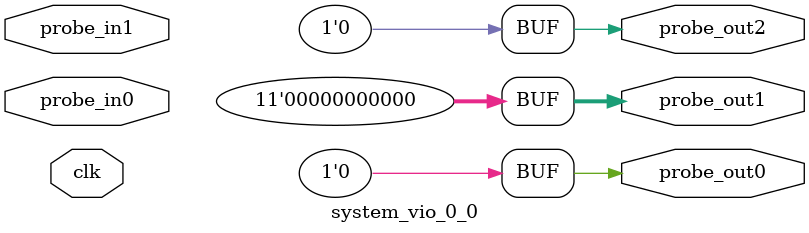
<source format=v>
`timescale 1ns / 1ps
module system_vio_0_0 (
clk,
probe_in0,probe_in1,
probe_out0,
probe_out1,
probe_out2
);

input clk;
input [0 : 0] probe_in0;
input [0 : 0] probe_in1;

output reg [0 : 0] probe_out0 = 'h0 ;
output reg [10 : 0] probe_out1 = 'h000 ;
output reg [0 : 0] probe_out2 = 'h0 ;


endmodule

</source>
